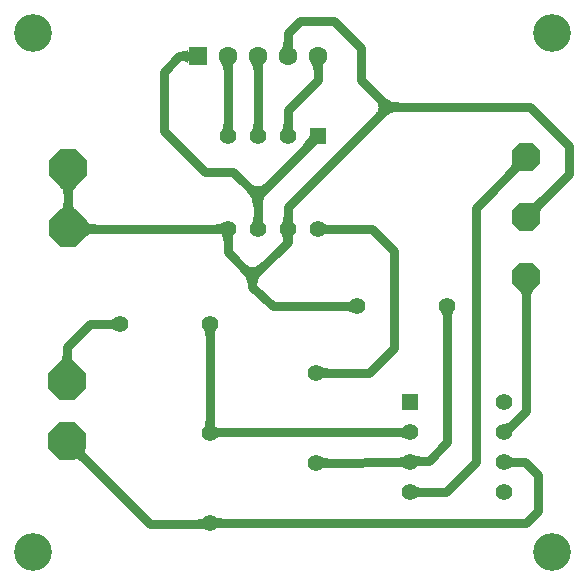
<source format=gbl>
%FSDAX23Y23*%
%MOIN*%
%SFA1B1*%

%IPPOS*%
%AMD11*
4,1,8,-0.063000,-0.026100,-0.026100,-0.063000,0.026100,-0.063000,0.063000,-0.026100,0.063000,0.026100,0.026100,0.063000,-0.026100,0.063000,-0.063000,0.026100,-0.063000,-0.026100,0.0*
%
%AMD12*
4,1,8,0.047200,0.019500,0.019500,0.047200,-0.019500,0.047200,-0.047200,0.019500,-0.047200,-0.019500,-0.019500,-0.047200,0.019500,-0.047200,0.047200,-0.019500,0.047200,0.019500,0.0*
%
%ADD10C,0.125980*%
G04~CAMADD=11~4~0.0~0.0~1259.9~1259.9~0.0~369.0~0~0.0~0.0~0.0~0.0~0~0.0~0.0~0.0~0.0~0~0.0~0.0~0.0~135.0~1259.9~1259.9*
%ADD11D11*%
G04~CAMADD=12~4~0.0~0.0~944.9~944.9~0.0~276.7~0~0.0~0.0~0.0~0.0~0~0.0~0.0~0.0~0.0~0~0.0~0.0~0.0~315.0~944.9~944.9*
%ADD12D12*%
%ADD13C,0.055120*%
%ADD14R,0.055120X0.055120*%
%ADD15R,0.055120X0.055120*%
%ADD16C,0.062990*%
%ADD17R,0.062990X0.062990*%
%ADD18C,0.030000*%
%LNpcb2-1*%
%LPD*%
G36*
X00982Y01814D02*
X00982Y01808D01*
X00983Y01806*
X00984Y01803*
X00984Y01801*
X00985Y01799*
X00986Y01797*
X00988Y01795*
X00989Y01794*
X00945*
X00946Y01795*
X00947Y01797*
X00948Y01799*
X00949Y01801*
X00950Y01803*
X00951Y01806*
X00951Y01808*
X00952Y01811*
X00952Y01814*
X00952Y01818*
X00982*
X00982Y01814*
G37*
G36*
X00636Y01742D02*
X00635Y01744D01*
X00634Y01747*
X00633Y01749*
X00631Y01751*
X00628Y01752*
X00625Y01754*
X00621Y01755*
X00617Y01756*
X00611Y01756*
X00606Y01756*
Y01786*
X00611Y01786*
X00617Y01787*
X00621Y01787*
X00625Y01789*
X00628Y01790*
X00631Y01791*
X00633Y01793*
X00634Y01796*
X00635Y01798*
X00636Y01801*
Y01742*
G37*
G36*
X01088Y01747D02*
X01086Y01745D01*
X01085Y01744*
X01084Y01741*
X01084Y01739*
X01083Y01737*
X01082Y01734*
X01082Y01731*
X01082Y01728*
X01082Y01725*
X01052*
X01052Y01728*
X01051Y01734*
X01051Y01737*
X01050Y01739*
X01049Y01741*
X01048Y01744*
X01047Y01745*
X01046Y01747*
X01045Y01749*
X01089*
X01088Y01747*
G37*
G36*
X00888D02*
X00886Y01745D01*
X00885Y01744*
X00884Y01741*
X00884Y01739*
X00883Y01737*
X00882Y01734*
X00882Y01731*
X00882Y01728*
X00882Y01725*
X00852*
X00852Y01728*
X00851Y01734*
X00851Y01737*
X00850Y01739*
X00849Y01741*
X00848Y01744*
X00847Y01745*
X00846Y01747*
X00845Y01749*
X00889*
X00888Y01747*
G37*
G36*
X00788D02*
X00786Y01745D01*
X00785Y01744*
X00784Y01741*
X00784Y01739*
X00783Y01737*
X00782Y01734*
X00782Y01731*
X00782Y01728*
X00782Y01725*
X00752*
X00752Y01728*
X00751Y01734*
X00751Y01737*
X00750Y01739*
X00749Y01741*
X00748Y01744*
X00747Y01745*
X00746Y01747*
X00745Y01749*
X00789*
X00788Y01747*
G37*
G36*
X01292Y01634D02*
X01296Y01630D01*
X01301Y01627*
X01306Y01625*
X01311Y01622*
X01316Y01620*
X01322Y01619*
X01327Y01618*
X01333Y01617*
X01339Y01617*
Y01587*
X01333Y01587*
X01327Y01586*
X01322Y01585*
X01316Y01583*
X01311Y01582*
X01306Y01579*
X01301Y01576*
X01296Y01573*
X01292Y01570*
X01288Y01566*
X01260Y01581*
X01264Y01585*
X01267Y01589*
X01269Y01593*
X01270Y01598*
X01271Y01602*
X01270Y01606*
X01269Y01610*
X01267Y01615*
X01264Y01619*
X01260Y01623*
X01288Y01638*
X01292Y01634*
G37*
G36*
X00982Y01541D02*
X00983Y01534D01*
X00983Y01532*
X00983Y01530*
X00984Y01528*
X00985Y01527*
X00985Y01525*
X00986Y01525*
X00948*
X00948Y01525*
X00949Y01527*
X00950Y01528*
X00950Y01530*
X00951Y01532*
X00951Y01534*
X00951Y01536*
X00952Y01541*
X00952Y01544*
X00982*
X00982Y01541*
G37*
G36*
X00882D02*
X00883Y01534D01*
X00883Y01532*
X00883Y01530*
X00884Y01528*
X00885Y01527*
X00885Y01525*
X00886Y01525*
X00848*
X00848Y01525*
X00849Y01527*
X00850Y01528*
X00850Y01530*
X00851Y01532*
X00851Y01534*
X00851Y01536*
X00852Y01541*
X00852Y01544*
X00882*
X00882Y01541*
G37*
G36*
X00782D02*
X00783Y01534D01*
X00783Y01532*
X00783Y01530*
X00784Y01528*
X00785Y01527*
X00785Y01525*
X00786Y01525*
X00748*
X00748Y01525*
X00749Y01527*
X00750Y01528*
X00750Y01530*
X00751Y01532*
X00751Y01534*
X00751Y01536*
X00752Y01541*
X00752Y01544*
X00782*
X00782Y01541*
G37*
G36*
X01082Y01477D02*
X01079Y01479D01*
X01077Y01480*
X01074*
X01070Y01479*
X01066Y01477*
X01061Y01475*
X01057Y01471*
X01051Y01467*
X01039Y01456*
X01018Y01477*
X01024Y01484*
X01033Y01495*
X01037Y01499*
X01039Y01504*
X01041Y01508*
X01042Y01512*
Y01515*
X01041Y01517*
X01039Y01520*
X01082Y01477*
G37*
G36*
X01759Y01389D02*
X01756Y01390D01*
X01754Y01391*
X01750Y01391*
X01747Y01391*
X01743Y01389*
X01739Y01387*
X01734Y01383*
X01729Y01379*
X01723Y01374*
X01717Y01369*
X01696Y01390*
X01702Y01396*
X01711Y01406*
X01714Y01411*
X01717Y01415*
X01718Y01419*
X01719Y01423*
X01719Y01426*
X01718Y01429*
X01716Y01431*
X01759Y01389*
G37*
G36*
X00903Y01320D02*
X00899Y01315D01*
X00895Y01311*
X00892Y01306*
X00889Y01301*
X00887Y01296*
X00885Y01291*
X00884Y01286*
X00883Y01280*
X00882Y01275*
X00882Y01269*
X00852*
X00852Y01275*
X00851Y01280*
X00850Y01286*
X00848Y01291*
X00847Y01296*
X00844Y01301*
X00841Y01306*
X00838Y01311*
X00835Y01315*
X00831Y01320*
X00846Y01347*
X00850Y01343*
X00854Y01340*
X00858Y01338*
X00863Y01337*
X00867Y01337*
X00871Y01337*
X00875Y01338*
X00880Y01340*
X00884Y01343*
X00888Y01347*
X00903Y01320*
G37*
G36*
X00263Y01334D02*
X00260Y01333D01*
X00258Y01332*
X00256Y01330*
X00254Y01327*
X00253Y01324*
X00252Y01320*
X00251Y01315*
X00251Y01310*
X00251Y01304*
X00221*
X00221Y01310*
X00220Y01315*
X00219Y01320*
X00218Y01324*
X00217Y01327*
X00215Y01330*
X00213Y01332*
X00211Y01333*
X00209Y01334*
X00206Y01334*
X00266*
X00263Y01334*
G37*
G36*
X01830Y01282D02*
X01825Y01276D01*
X01816Y01265*
X01812Y01260*
X01810Y01256*
X01808Y01252*
X01808Y01249*
X01808Y01245*
X01809Y01243*
X01810Y01240*
X01768Y01283*
X01770Y01281*
X01773Y01280*
X01776Y01280*
X01780Y01281*
X01784Y01282*
X01788Y01285*
X01793Y01288*
X01798Y01292*
X01803Y01297*
X01809Y01303*
X01830Y01282*
G37*
G36*
X00251Y01284D02*
X00251Y01279D01*
X00252Y01275*
X00253Y01271*
X00254Y01267*
X00256Y01265*
X00258Y01263*
X00260Y01261*
X00263Y01260*
X00266Y01260*
X00206*
X00209Y01260*
X00211Y01261*
X00213Y01263*
X00215Y01265*
X00217Y01267*
X00218Y01271*
X00219Y01275*
X00220Y01279*
X00221Y01284*
X00221Y01290*
X00251*
X00251Y01284*
G37*
G36*
X00882Y01232D02*
X00883Y01224D01*
X00883Y01222*
X00883Y01220*
X00884Y01218*
X00885Y01217*
X00885Y01216*
X00886Y01215*
X00848*
X00848Y01216*
X00849Y01217*
X00850Y01218*
X00850Y01220*
X00851Y01222*
X00851Y01224*
X00851Y01226*
X00852Y01232*
X00852Y01235*
X00882*
X00882Y01232*
G37*
G36*
X00983Y01234D02*
X00983Y01231D01*
X00984Y01223*
X00984Y01221*
X00985Y01219*
X00985Y01217*
X00986Y01216*
X00986Y01215*
X00987Y01214*
X00949Y01216*
X00950Y01217*
X00950Y01218*
X00951Y01219*
X00952Y01221*
X00952Y01223*
X00953Y01225*
X00953Y01227*
X00953Y01233*
X00953Y01236*
X00983Y01234*
G37*
G36*
X00746Y01176D02*
X00745Y01177D01*
X00744Y01178*
X00743Y01179*
X00741Y01179*
X00739Y01180*
X00737Y01180*
X00735Y01181*
X00730Y01181*
X00727Y01181*
X00728Y01211*
X00731Y01211*
X00739Y01212*
X00741Y01212*
X00743Y01212*
X00744Y01213*
X00746Y01214*
X00747Y01214*
X00748Y01215*
X00746Y01176*
G37*
G36*
X01087Y01213D02*
X01089Y01213D01*
X01090Y01212*
X01092Y01212*
X01094Y01211*
X01096Y01211*
X01098Y01210*
X01103Y01210*
X01106Y01210*
Y01180*
X01103Y01180*
X01096Y01179*
X01094Y01179*
X01092Y01178*
X01090Y01178*
X01089Y01177*
X01087Y01177*
X01087Y01176*
Y01214*
X01087Y01213*
G37*
G36*
X00299Y01223D02*
X00300Y01221D01*
X00301Y01218*
X00303Y01216*
X00306Y01215*
X00309Y01213*
X00313Y01212*
X00318Y01212*
X00323Y01211*
X00329Y01211*
Y01181*
X00323Y01181*
X00318Y01180*
X00313Y01180*
X00309Y01179*
X00306Y01177*
X00303Y01176*
X00301Y01174*
X00300Y01171*
X00299Y01169*
X00299Y01166*
Y01226*
X00299Y01223*
G37*
G36*
X00984Y01174D02*
X00984Y01173D01*
X00983Y01171*
X00983Y01170*
X00983Y01168*
X00982Y01166*
X00982Y01161*
X00982Y01155*
X00952*
X00952Y01158*
X00951Y01168*
X00951Y01170*
X00950Y01171*
X00950Y01173*
X00949Y01174*
X00949Y01174*
X00985*
X00984Y01174*
G37*
G36*
X00785Y01174D02*
X00785Y01173D01*
X00784Y01172*
X00783Y01170*
X00783Y01168*
X00783Y01166*
X00782Y01164*
X00782Y01158*
X00782Y01155*
X00752*
X00752Y01158*
X00751Y01166*
X00751Y01168*
X00750Y01170*
X00750Y01172*
X00749Y01173*
X00748Y01174*
X00748Y01175*
X00786*
X00785Y01174*
G37*
G36*
X00886Y01050D02*
X00882Y01046D01*
X00878Y01041*
X00875Y01037*
X00873Y01032*
X00870Y01028*
X00868Y01023*
X00867Y01018*
X00866Y01013*
X00865Y01008*
X00865Y01003*
X00835*
X00835Y01008*
X00834Y01013*
X00833Y01018*
X00832Y01023*
X00830Y01028*
X00827Y01032*
X00825Y01037*
X00821Y01041*
X00818Y01046*
X00814Y01050*
X00829Y01077*
X00833Y01074*
X00837Y01071*
X00841Y01068*
X00846Y01067*
X00850Y01067*
X00854Y01067*
X00858Y01068*
X00863Y01071*
X00867Y01074*
X00871Y01077*
X00886Y01050*
G37*
G36*
X01790Y00995D02*
X01788Y00994D01*
X01786Y00992*
X01784Y00989*
X01782Y00986*
X01781Y00982*
X01780Y00977*
X01779Y00972*
X01778Y00966*
X01778Y00959*
X01748*
X01748Y00966*
X01747Y00977*
X01746Y00982*
X01745Y00986*
X01743Y00989*
X01741Y00992*
X01739Y00994*
X01736Y00995*
X01733Y00995*
X01793*
X01790Y00995*
G37*
G36*
X01180Y00917D02*
X01179Y00918D01*
X01178Y00919*
X01177Y00919*
X01175Y00920*
X01173Y00920*
X01171Y00921*
X01169Y00921*
X01163Y00921*
X01160Y00922*
Y00952*
X01163Y00952*
X01171Y00952*
X01173Y00953*
X01175Y00953*
X01177Y00954*
X01178Y00954*
X01179Y00955*
X01180Y00956*
Y00917*
G37*
G36*
X01519Y00917D02*
X01518Y00916D01*
X01517Y00914*
X01517Y00913*
X01516Y00911*
X01516Y00909*
X01515Y00907*
X01515Y00905*
X01515Y00900*
X01515Y00897*
X01485Y00897*
X01484Y00900*
X01484Y00908*
X01483Y00910*
X01483Y00912*
X01482Y00914*
X01482Y00915*
X01481Y00916*
X01480Y00917*
X01519Y00917*
G37*
G36*
X00389Y00858D02*
X00388Y00859D01*
X00387Y00860*
X00385Y00860*
X00384Y00861*
X00382Y00861*
X00380Y00862*
X00377Y00862*
X00372Y00862*
X00369Y00862*
Y00892*
X00372Y00893*
X00380Y00893*
X00382Y00894*
X00384Y00894*
X00385Y00895*
X00387Y00895*
X00388Y00896*
X00389Y00897*
Y00858*
G37*
G36*
X00728Y00858D02*
X00727Y00857D01*
X00726Y00855*
X00725Y00854*
X00725Y00852*
X00724Y00851*
X00724Y00848*
X00724Y00846*
X00723Y00841*
X00723Y00838*
X00693Y00838*
X00693Y00841*
X00693Y00849*
X00692Y00851*
X00692Y00853*
X00691Y00854*
X00691Y00856*
X00690Y00857*
X00689Y00858*
X00728Y00858*
G37*
G36*
X00247Y00776D02*
X00247Y00771D01*
X00248Y00766*
X00249Y00762*
X00251Y00759*
X00252Y00756*
X00254Y00754*
X00256Y00752*
X00259Y00752*
X00262Y00751*
X00202*
X00205Y00752*
X00207Y00752*
X00209Y00754*
X00211Y00756*
X00213Y00759*
X00214Y00762*
X00215Y00766*
X00216Y00771*
X00217Y00776*
X00217Y00781*
X00247*
X00247Y00776*
G37*
G36*
X01083Y00735D02*
X01084Y00734D01*
X01086Y00734*
X01087Y00733*
X01089Y00733*
X01091Y00732*
X01094Y00732*
X01099Y00731*
X01102Y00731*
Y00701*
X01099Y00701*
X01091Y00701*
X01089Y00700*
X01087Y00700*
X01086Y00699*
X01084Y00699*
X01083Y00698*
X01082Y00697*
Y00736*
X01083Y00735*
G37*
G36*
X01726Y00532D02*
X01724Y00530D01*
X01719Y00524*
X01718Y00522*
X01716Y00519*
X01715Y00518*
X01715Y00516*
X01715Y00515*
X01691Y00545*
X01692Y00545*
X01693Y00546*
X01695Y00546*
X01696Y00547*
X01698Y00548*
X01700Y00549*
X01702Y00550*
X01704Y00552*
X01708Y00556*
X01726Y00532*
G37*
G36*
X01356Y00498D02*
X01355Y00499D01*
X01354Y00499*
X01352Y00500*
X01351Y00500*
X01349Y00501*
X01347Y00501*
X01342Y00502*
X01339Y00502*
X01336Y00502*
X01334Y00532*
X01337Y00532*
X01343Y00532*
X01345Y00533*
X01347Y00533*
X01349Y00533*
X01351Y00534*
X01352Y00535*
X01353Y00536*
X01354Y00536*
X01356Y00498*
G37*
G36*
X00723Y00555D02*
X00723Y00552D01*
X00724Y00544*
X00724Y00542*
X00725Y00540*
X00725Y00539*
X00726Y00537*
X00727Y00536*
X00727Y00536*
X00728Y00535*
X00729Y00534*
X00731Y00534*
X00732Y00533*
X00734Y00533*
X00736Y00532*
X00741Y00532*
X00744Y00532*
X00747Y00532*
X00749Y00502*
X00746Y00502*
X00740Y00501*
X00738Y00501*
X00736Y00501*
X00734Y00500*
X00732Y00500*
X00731Y00499*
X00730Y00498*
X00729Y00497*
X00727Y00535*
X00689Y00535*
X00690Y00536*
X00691Y00538*
X00691Y00539*
X00692Y00541*
X00692Y00543*
X00693Y00545*
X00693Y00547*
X00693Y00552*
X00693Y00555*
X00723Y00555*
G37*
G36*
X00293Y00466D02*
X00292Y00463D01*
X00292Y00460*
X00292Y00457*
X00293Y00453*
X00295Y00450*
X00298Y00445*
X00302Y00441*
X00306Y00436*
X00311Y00431*
X00290Y00410*
X00284Y00414*
X00275Y00422*
X00271Y00425*
X00267Y00427*
X00263Y00428*
X00260Y00429*
X00257Y00428*
X00255Y00427*
X00252Y00426*
X00295Y00468*
X00293Y00466*
G37*
G36*
X01392Y00440D02*
X01393Y00439D01*
X01394Y00439*
X01396Y00439*
X01397Y00438*
X01402Y00438*
X01407Y00438*
X01410Y00438*
X01417Y00408*
X01414Y00408*
X01408Y00407*
X01406Y00407*
X01404Y00406*
X01402Y00406*
X01401Y00405*
X01399Y00404*
X01398Y00403*
X01397Y00402*
X01391Y00440*
X01392Y00440*
G37*
G36*
X01708Y00436D02*
X01709Y00436D01*
X01711Y00435*
X01712Y00435*
X01714Y00434*
X01716Y00434*
X01719Y00433*
X01724Y00433*
X01727Y00433*
Y00403*
X01724Y00403*
X01716Y00402*
X01714Y00402*
X01712Y00401*
X01711Y00401*
X01709Y00400*
X01708Y00400*
X01707Y00399*
Y00437*
X01708Y00436*
G37*
G36*
X01355Y00399D02*
X01354Y00399D01*
X01353Y00400*
X01352Y00401*
X01350Y00401*
X01348Y00402*
X01346Y00402*
X01344Y00402*
X01338Y00403*
X01335Y00403*
X01335Y00433*
X01338Y00433*
X01346Y00434*
X01348Y00434*
X01350Y00434*
X01351Y00435*
X01353Y00436*
X01354Y00436*
X01355Y00437*
X01355Y00399*
G37*
G36*
X01083Y00435D02*
X01084Y00434D01*
X01086Y00434*
X01087Y00433*
X01089Y00433*
X01091Y00432*
X01094Y00432*
X01099Y00432*
X01102Y00432*
X01102Y00402*
X01099Y00402*
X01091Y00401*
X01089Y00400*
X01087Y00400*
X01086Y00399*
X01084Y00399*
X01083Y00398*
X01082Y00397*
X01082Y00436*
X01083Y00435*
G37*
G36*
X01395Y00336D02*
X01397Y00336D01*
X01398Y00335*
X01400Y00335*
X01401Y00334*
X01404Y00334*
X01406Y00333*
X01411Y00333*
X01414Y00333*
Y00303*
X01411Y00303*
X01404Y00302*
X01401Y00302*
X01400Y00301*
X01398Y00301*
X01397Y00300*
X01395Y00300*
X01394Y00299*
Y00337*
X01395Y00336*
G37*
G36*
X00729Y00234D02*
X00730Y00234D01*
X00731Y00233*
X00733Y00232*
X00735Y00232*
X00737Y00232*
X00739Y00231*
X00745Y00231*
X00748Y00231*
X00748Y00201*
X00745Y00201*
X00737Y00200*
X00735Y00200*
X00733Y00199*
X00732Y00199*
X00730Y00198*
X00729Y00197*
X00728Y00196*
X00728Y00235*
X00729Y00234*
G37*
G36*
X00691Y00194D02*
X00690Y00195D01*
X00689Y00195*
X00688Y00196*
X00686Y00196*
X00684Y00196*
X00680Y00197*
X00674Y00197*
X00671Y00197*
X00667Y00227*
X00670Y00227*
X00675Y00228*
X00677Y00228*
X00679Y00228*
X00681Y00229*
X00683Y00230*
X00684Y00230*
X00685Y00231*
X00686Y00232*
X00691Y00194*
G37*
G54D10*
X00118Y01850D03*
X01850D03*
Y00118D03*
X00118D03*
G54D11*
X00236Y01197D03*
Y01397D03*
X00232Y00488D03*
Y00688D03*
G54D12*
X01763Y01436D03*
Y01236D03*
Y01036D03*
G54D13*
X00708Y00216D03*
Y00516D03*
X00709Y00877D03*
X00409D03*
X01375Y00518D03*
Y00418D03*
Y00318D03*
X01687D03*
Y00418D03*
Y00518D03*
Y00618D03*
X00867Y01505D03*
X00967D03*
X00767D03*
Y01195D03*
X01067D03*
X00867D03*
X00967D03*
X01062Y00416D03*
Y00716D03*
X01500Y00937D03*
X01200D03*
G54D14*
X01375Y00618D03*
G54D15*
X01067Y01505D03*
G54D16*
X01067Y01771D03*
X00967D03*
X00867D03*
X00767D03*
G54D17*
X00667Y01771D03*
G54D18*
X00850Y01003D02*
X00917Y00937D01*
X00850Y01003D02*
Y01035D01*
X00967Y01152D02*
Y01195D01*
X00850Y01035D02*
X00967Y01152D01*
X00917Y00937D02*
X01200D01*
X00767Y01118D02*
X00850Y01035D01*
X00767Y01118D02*
Y01195D01*
X01212Y01692D02*
Y01799D01*
X01122Y01889D02*
X01212Y01799D01*
X01007Y01889D02*
X01122D01*
X01212Y01692D02*
X01303Y01602D01*
X00968Y01268D02*
X01303Y01602D01*
X01775*
X01905Y01472*
X00967Y01849D02*
X01007Y01889D01*
X00967Y01771D02*
Y01849D01*
Y01505D02*
Y01593D01*
X01067Y01693*
Y01771*
X00867Y01505D02*
Y01771D01*
X00606D02*
X00667D01*
X00555Y01720D02*
X00606Y01771D01*
X00555Y01523D02*
Y01720D01*
X00692Y01385D02*
X00786D01*
X00555Y01523D02*
X00692Y01385D01*
X00767Y01505D02*
Y01771D01*
X01062Y00716D02*
X01240D01*
X01322Y00799*
Y01122*
X01249Y01195D02*
X01322Y01122D01*
X01067Y01195D02*
X01249D01*
X00236Y01197D02*
Y01397D01*
Y01197D02*
X00237Y01196D01*
X00766*
X00767Y01195*
X01500Y00484D02*
Y00937D01*
X00708Y00516D02*
X00709Y00517D01*
X00708Y00516D02*
X00708Y00516D01*
Y00877*
X00709Y00877*
X00232Y00688D02*
Y00803D01*
X00307Y00877*
X00409*
X01439Y00423D02*
X01500Y00484D01*
X01594Y01266D02*
X01763Y01436D01*
X01594Y00417D02*
Y01266D01*
X01495Y00318D02*
X01594Y00417D01*
X01763Y00590D02*
Y01036D01*
X01692Y00518D02*
X01763Y00590D01*
X01763Y00216D02*
X01803Y00255D01*
X00708Y00216D02*
X01763D01*
X01803Y00255D02*
Y00374D01*
X01758Y00418D02*
X01803Y00374D01*
X01687Y00418D02*
X01758D01*
X01374Y00517D02*
X01375Y00518D01*
X00709Y00517D02*
X01374D01*
X00508Y00212D02*
X00696D01*
X00232Y00488D02*
X00508Y00212D01*
X00786Y01385D02*
X00867Y01305D01*
Y01195D02*
Y01305D01*
X01067Y01505*
X00968Y01196D02*
Y01268D01*
X00967Y01195D02*
X00968Y01196D01*
X01062Y01191D02*
X01067Y01195D01*
X01687Y00518D02*
X01692D01*
X01905Y01377D02*
Y01472D01*
X01763Y01236D02*
X01905Y01377D01*
X01375Y00318D02*
X01495D01*
X01380Y00423D02*
X01439D01*
X01375Y00418D02*
X01380Y00423D01*
X01062Y00416D02*
X01375Y00418D01*
M02*
</source>
